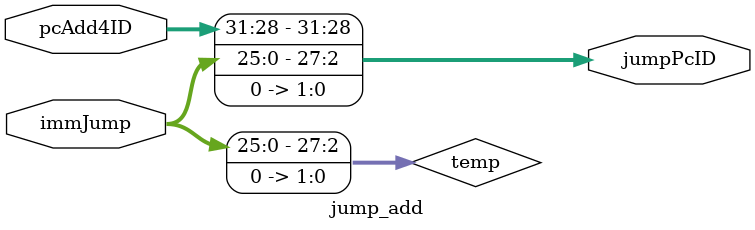
<source format=v>
`timescale 1ns / 1ps


module jump_add(
    input [25:0] immJump,
    input [31:0] pcAdd4ID,
    output reg [31:0] jumpPcID
    );
    reg [27:0] temp;
    initial jumpPcID=0;
    
    always @ (immJump or pcAdd4ID)
    begin
        temp=immJump<<2;
        jumpPcID={pcAdd4ID[31:28],temp[27:0]};
    end
    
endmodule

</source>
